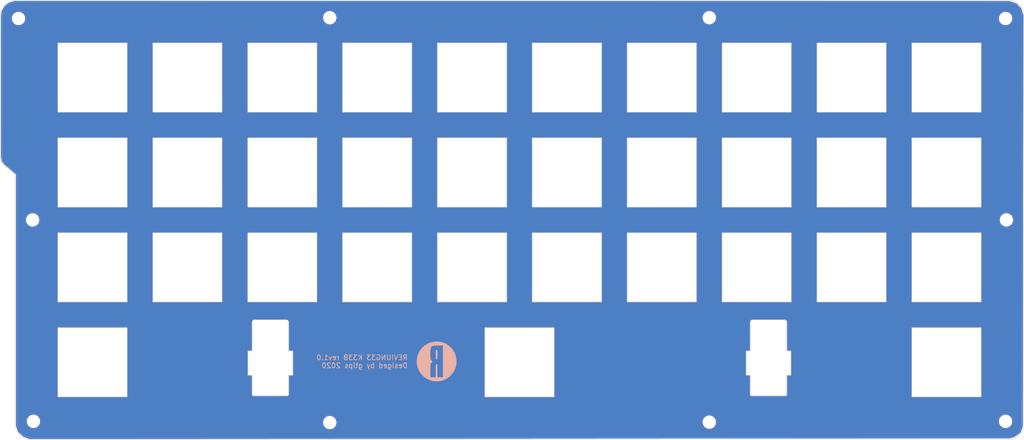
<source format=kicad_pcb>
(kicad_pcb (version 20221018) (generator pcbnew)
  (title_block (title "REVIUNG33 TYPE0 TOP PLATE") (date "2020-07-22") (rev "rev0.3"))
  (layers (0 "F.Cu" signal) (31 "B.Cu" signal) (34 "B.Paste" user) (35 "F.Paste" user) (36 "B.SilkS" user "B.Silkscreen") (37 "F.SilkS" user "F.Silkscreen") (38 "B.Mask" user) (39 "F.Mask" user) (44 "Edge.Cuts" user))
  (net 0 "")
  (footprint "_reviung-kbd:HOLE_2.2mm" (layer "F.Cu") (at 36.53 72.55)
    (fp_text reference "Ref**")
    (fp_text value "Val**")
    (pad "" np_thru_hole circle (at 0 0) (size 2.2 2.2) (drill 2.2) (layers "*.Cu" "*.Mask"))
  )
  (footprint "_reviung-kbd:HOLE_2.2mm" (layer "F.Cu") (at 96.18 113.23)
    (fp_text reference "Ref**")
    (fp_text value "Val**")
    (pad "" np_thru_hole circle (at 0 0) (size 2.2 2.2) (drill 2.2) (layers "*.Cu" "*.Mask"))
  )
  (footprint "_reviung-kbd:HOLE_2.2mm" (layer "F.Cu") (at 172.38 113.15)
    (fp_text reference "Ref**")
    (fp_text value "Val**")
    (pad "" np_thru_hole circle (at 0 0) (size 2.2 2.2) (drill 2.2) (layers "*.Cu" "*.Mask"))
  )
  (footprint "_reviung-kbd:HOLE_2.2mm" (layer "F.Cu") (at 232.03 72.55)
    (fp_text reference "Ref**")
    (fp_text value "Val**")
    (pad "" np_thru_hole circle (at 0 0) (size 2.2 2.2) (drill 2.2) (layers "*.Cu" "*.Mask"))
  )
  (footprint "_reviung-kbd:HOLE_2.2mm" (layer "F.Cu") (at 172.38 31.95)
    (fp_text reference "Ref**")
    (fp_text value "Val**")
    (pad "" np_thru_hole circle (at 0 0) (size 2.2 2.2) (drill 2.2) (layers "*.Cu" "*.Mask"))
  )
  (footprint "_reviung-kbd:HOLE_2.2mm" (layer "F.Cu") (at 96.18 31.95)
    (fp_text reference "Ref**")
    (fp_text value "Val**")
    (pad "" np_thru_hole circle (at 0 0) (size 2.2 2.2) (drill 2.2) (layers "*.Cu" "*.Mask"))
  )
  (footprint "_reviung-kbd:HOLE_2.2mm" (layer "F.Cu") (at 36.69 112.99)
    (fp_text reference "Ref**")
    (fp_text value "Val**")
    (pad "" np_thru_hole circle (at 0 0) (size 2.2 2.2) (drill 2.2) (layers "*.Cu" "*.Mask"))
  )
  (footprint "_reviung-kbd:HOLE_2.2mm" (layer "F.Cu") (at 33.69 32.11)
    (fp_text reference "Ref**")
    (fp_text value "Val**")
    (pad "" np_thru_hole circle (at 0 0) (size 2.2 2.2) (drill 2.2) (layers "*.Cu" "*.Mask"))
  )
  (footprint "_reviung-kbd:HOLE_2.2mm" (layer "F.Cu") (at 231.86 32.11)
    (fp_text reference "Ref**")
    (fp_text value "Val**")
    (pad "" np_thru_hole circle (at 0 0) (size 2.2 2.2) (drill 2.2) (layers "*.Cu" "*.Mask"))
  )
  (footprint "_reviung-kbd:HOLE_2.2mm" (layer "F.Cu") (at 231.86 112.99)
    (fp_text reference "Ref**")
    (fp_text value "Val**")
    (pad "" np_thru_hole circle (at 0 0) (size 2.2 2.2) (drill 2.2) (layers "*.Cu" "*.Mask"))
  )
  (footprint "_reviung-kbd:R-x4-ver1" (layer "B.Cu") (at 117.65 100.94 180)
    (fp_text reference "G***" hide)
    (fp_text value "LOGO" hide)
    (fp_poly (pts (xy 0.044685 2.318078) (xy 0.119655 2.289475) (xy 0.162313 2.246092) (xy 0.167647 2.214209) (xy 0.172379 2.145718) (xy 0.176485 2.046337) (xy 0.179938 1.921786) (xy 0.182713 1.777787) (xy 0.184784 1.620059) (xy 0.186128 1.454322) (xy 0.186717 1.286297) (xy 0.186527 1.121702) (xy 0.185532 0.966259) (xy 0.183708 0.825688) (xy 0.181028 0.705708) (xy 0.177467 0.61204) (xy 0.172999 0.550404) (xy 0.169918 0.531342) (xy 0.130637 0.451884) (xy 0.06279 0.402355) (xy -0.035168 0.381753) (xy -0.062449 0.381) (xy -0.148167 0.381) (xy -0.148167 2.328334) (xy -0.053913 2.328334) (xy 0.044685 2.318078)) (stroke (width 0.01)) (fill solid) (layer "B.SilkS"))
    (fp_poly (pts (xy 0.260831 3.971907) (xy 0.657619 3.927411) (xy 1.049113 3.84315) (xy 1.432102 3.719153) (xy 1.784792 3.564753) (xy 2.140065 3.365757) (xy 2.466316 3.137992) (xy 2.762983 2.884027) (xy 3.029506 2.606432) (xy 3.265324 2.307776) (xy 3.469875 1.990627) (xy 3.642599 1.657554) (xy 3.782936 1.311127) (xy 3.890325 0.953913) (xy 3.964204 0.588483) (xy 4.004013 0.217404) (xy 4.009192 -0.156754) (xy 3.979179 -0.531422) (xy 3.913413 -0.904032) (xy 3.811335 -1.272014) (xy 3.672382 -1.632799) (xy 3.495995 -1.983819) (xy 3.281612 -2.322505) (xy 3.117447 -2.54) (xy 3.01386 -2.659791) (xy 2.887277 -2.793066) (xy 2.748426 -2.929468) (xy 2.608035 -3.058642) (xy 2.476834 -3.170231) (xy 2.413 -3.219968) (xy 2.074835 -3.446517) (xy 1.717158 -3.636755) (xy 1.343354 -3.789746) (xy 0.956806 -3.904554) (xy 0.5609 -3.980244) (xy 0.15902 -4.015881) (xy -0.245449 -4.010528) (xy -0.3999 -3.997471) (xy -0.80111 -3.934916) (xy -1.188135 -3.833797) (xy -1.558906 -3.696113) (xy -1.911356 -3.523861) (xy -2.243417 -3.319042) (xy -2.405034 -3.196166) (xy -1.248834 -3.196166) (xy -0.148167 -3.196166) (xy -0.148167 -0.550333) (xy -0.068792 -0.550645) (xy 0.033079 -0.56623) (xy 0.108528 -0.613568) (xy 0.153425 -0.677627) (xy 0.161291 -0.69595) (xy 0.167965 -0.719307) (xy 0.173544 -0.75109) (xy 0.178125 -0.794695) (xy 0.181804 -0.853514) (xy 0.184678 -0.930942) (xy 0.186846 -1.030372) (xy 0.188403 -1.155197) (xy 0.189446 -1.308811) (xy 0.190074 -1.494608) (xy 0.190381 -1.715982) (xy 0.190467 -1.973791) (xy 0.1905 -3.196166) (xy 1.272135 -3.196166) (xy 1.2653 -1.920875) (xy 1.26385 -1.656552) (xy 1.262465 -1.431061) (xy 1.261012 -1.240896) (xy 1.259357 -1.082557) (xy 1.257368 -0.952539) (xy 1.25491 -0.847341) (xy 1.25185 -0.76346) (xy 1.248056 -0.697393) (xy 1.243393 -0.645637) (xy 1.237728 -0.60469) (xy 1.230929 -0.571048) (xy 1.22286 -0.54121) (xy 1.21339 -0.511673) (xy 1.211423 -0.50581) (xy 1.139046 -0.35336) (xy 1.03426 -0.222376) (xy 0.903448 -0.120649) (xy 0.88912 -0.112351) (xy 0.786274 -0.054538) (xy 0.874679 -0.004649) (xy 1.003984 0.085595) (xy 1.104226 0.196637) (xy 1.180691 0.335442) (xy 1.22357 0.455084) (xy 1.233687 0.510884) (xy 1.242607 0.603106) (xy 1.250276 0.725854) (xy 1.256643 0.873232) (xy 1.261654 1.039344) (xy 1.265256 1.218293) (xy 1.267397 1.404185) (xy 1.268024 1.591123) (xy 1.267083 1.77321) (xy 1.264523 1.944551) (xy 1.260289 2.099251) (xy 1.25433 2.231412) (xy 1.246592 2.335139) (xy 1.240855 2.382738) (xy 1.20502 2.571884) (xy 1.158718 2.724329) (xy 1.099257 2.844984) (xy 1.023947 2.938761) (xy 0.930096 3.010572) (xy 0.882907 3.036147) (xy 0.822408 3.064367) (xy 0.763371 3.087968) (xy 0.701326 3.107416) (xy 0.631804 3.123182) (xy 0.550333 3.135733) (xy 0.452443 3.145537) (xy 0.333665 3.153064) (xy 0.189528 3.158781) (xy 0.015562 3.163158) (xy -0.192704 3.166662) (xy -0.386292 3.169143) (xy -1.248834 3.179293) (xy -1.248834 -3.196166) (xy -2.405034 -3.196166) (xy -2.553023 -3.083652) (xy -2.838105 -2.819689) (xy -3.096596 -2.529153) (xy -3.326429 -2.214042) (xy -3.525536 -1.876353) (xy -3.69185 -1.518085) (xy -3.823303 -1.141236) (xy -3.917828 -0.747805) (xy -3.94736 -0.568746) (xy -3.964041 -0.409312) (xy -3.974042 -0.222012) (xy -3.977364 -0.020784) (xy -3.974008 0.180436) (xy -3.963974 0.367711) (xy -3.947321 0.526692) (xy -3.868838 0.932723) (xy -3.751869 1.323193) (xy -3.59799 1.695957) (xy -3.408777 2.048871) (xy -3.185805 2.379792) (xy -2.930652 2.686577) (xy -2.644891 2.967083) (xy -2.3301 3.219165) (xy -1.987854 3.44068) (xy -1.690249 3.596864) (xy -1.31511 3.751641) (xy -0.929223 3.866504) (xy -0.535799 3.941483) (xy -0.138045 3.976607) (xy 0.260831 3.971907)) (stroke (width 0.01)) (fill solid) (layer "B.SilkS"))
  )
  (gr_line (start 98.750052 56.069987) (end 112.650043 56.069987) (stroke (width 0.1)) (layer "Edge.Cuts"))
  (gr_curve (pts (xy 87.920653 107.605041) (xy 87.920653 107.743103) (xy 87.80873 107.855047) (xy 87.670647 107.855047)) (stroke (width 0.1)) (layer "Edge.Cuts"))
  (gr_line (start 194.000009 37.019987) (end 207.9 37.019987) (stroke (width 0.1)) (layer "Edge.Cuts"))
  (gr_line (start 112.650043 75.119987) (end 112.650022 89.02) (stroke (width 0.1)) (layer "Edge.Cuts"))
  (gr_line (start 213.049987 89.019978) (end 213.049987 75.119987) (stroke (width 0.1)) (layer "Edge.Cuts"))
  (gr_line (start 169.8 89.02) (end 155.900009 89.019978) (stroke (width 0.1)) (layer "Edge.Cuts"))
  (gr_line (start 150.750022 37.019987) (end 150.750022 50.92) (stroke (width 0.1)) (layer "Edge.Cuts"))
  (gr_line (start 79.700031 89.019978) (end 79.700052 75.119987) (stroke (width 0.1)) (layer "Edge.Cuts"))
  (gr_line (start 112.650043 37.019987) (end 112.650022 50.92) (stroke (width 0.1)) (layer "Edge.Cuts"))
  (gr_line (start 136.850009 69.969978) (end 136.850031 56.069987) (stroke (width 0.1)) (layer "Edge.Cuts"))
  (gr_line (start 60.650052 56.069987) (end 74.550065 56.069987) (stroke (width 0.1)) (layer "Edge.Cuts"))
  (gr_curve (pts (xy 180.612497 98.845584) (xy 180.612497 98.845584) (xy 180.612497 93.090208) (xy 180.612497 93.090208)) (stroke (width 0.1)) (layer "Edge.Cuts"))
  (gr_curve (pts (xy 179.777148 103.735661) (xy 179.777148 103.735661) (xy 179.777148 98.845584) (xy 179.777148 98.845584)) (stroke (width 0.1)) (layer "Edge.Cuts"))
  (gr_curve (pts (xy 181.112488 92.590195) (xy 181.112488 92.590195) (xy 187.437447 92.590195) (xy 187.437447 92.590195)) (stroke (width 0.1)) (layer "Edge.Cuts"))
  (gr_line (start 188.85 69.97) (end 174.950009 69.969978) (stroke (width 0.1)) (layer "Edge.Cuts"))
  (gr_curve (pts (xy 187.437447 92.590195) (xy 187.713593 92.590195) (xy 187.937438 92.814062) (xy 187.937438 93.090208)) (stroke (width 0.1)) (layer "Edge.Cuts"))
  (gr_line (start 213.049987 94.169987) (end 226.95 94.169987) (stroke (width 0.1)) (layer "Edge.Cuts"))
  (gr_line (start 207.9 69.97) (end 193.999987 69.969978) (stroke (width 0.1)) (layer "Edge.Cuts"))
  (gr_line (start 55.500065 37.019987) (end 55.500043 50.92) (stroke (width 0.1)) (layer "Edge.Cuts"))
  (gr_curve (pts (xy 187.687453 107.855047) (xy 187.687453 107.855047) (xy 180.862503 107.855047) (xy 180.862503 107.855047)) (stroke (width 0.1)) (layer "Edge.Cuts"))
  (gr_line (start 112.650022 89.02) (end 98.750031 89.019978) (stroke (width 0.1)) (layer "Edge.Cuts"))
  (gr_line (start 174.950009 56.069987) (end 188.850022 56.069987) (stroke (width 0.1)) (layer "Edge.Cuts"))
  (gr_line (start 79.700052 75.119987) (end 93.600043 75.119987) (stroke (width 0.1)) (layer "Edge.Cuts"))
  (gr_curve (pts (xy 87.420662 92.590195) (xy 87.696786 92.590195) (xy 87.920653 92.814062) (xy 87.920653 93.090208)) (stroke (width 0.1)) (layer "Edge.Cuts"))
  (gr_curve (pts (xy 81.095703 92.590195) (xy 81.095703 92.590195) (xy 87.420662 92.590195) (xy 87.420662 92.590195)) (stroke (width 0.1)) (layer "Edge.Cuts"))
  (gr_line (start 141.225 108.07) (end 127.325009 108.069978) (stroke (width 0.1)) (layer "Edge.Cuts"))
  (gr_line (start 194.000009 56.069987) (end 207.9 56.069987) (stroke (width 0.1)) (layer "Edge.Cuts"))
  (gr_line (start 93.600043 50.92) (end 79.700031 50.919978) (stroke (width 0.1)) (layer "Edge.Cuts"))
  (gr_line (start 169.800022 37.019987) (end 169.8 50.92) (stroke (width 0.1)) (layer "Edge.Cuts"))
  (gr_line (start 55.500043 89.02) (end 41.600052 89.019978) (stroke (width 0.1)) (layer "Edge.Cuts"))
  (gr_curve (pts (xy 188.772809 103.735661) (xy 188.772809 103.735661) (xy 187.937438 103.735661) (xy 187.937438 103.735661)) (stroke (width 0.1)) (layer "Edge.Cuts"))
  (gr_line (start 41.600052 108.069978) (end 41.600074 94.169987) (stroke (width 0.1)) (layer "Edge.Cuts"))
  (gr_curve (pts (xy 232.525026 28.444994) (xy 232.525026 28.444994) (xy 33.025038 28.444994) (xy 33.025038 28.444994)) (stroke (width 0.1)) (layer "Edge.Cuts"))
  (gr_curve (pts (xy 179.777148 98.845584) (xy 179.777148 98.845584) (xy 180.612497 98.845584) (xy 180.612497 98.845584)) (stroke (width 0.1)) (layer "Edge.Cuts"))
  (gr_curve (pts (xy 80.595712 107.605041) (xy 80.595712 107.605041) (xy 80.595712 103.735661) (xy 80.595712 103.735661)) (stroke (width 0.1)) (layer "Edge.Cuts"))
  (gr_line (start 60.650052 69.969978) (end 60.650052 56.069987) (stroke (width 0.1)) (layer "Edge.Cuts"))
  (gr_curve (pts (xy 187.937438 107.605041) (xy 187.937438 107.743103) (xy 187.825515 107.855047) (xy 187.687453 107.855047)) (stroke (width 0.1)) (layer "Edge.Cuts"))
  (gr_line (start 112.650022 50.92) (end 98.750031 50.919978) (stroke (width 0.1)) (layer "Edge.Cuts"))
  (gr_curve (pts (xy 232.525026 116.644993) (xy 234.18188 116.644993) (xy 235.525015 115.301858) (xy 235.525015 113.645004)) (stroke (width 0.1)) (layer "Edge.Cuts"))
  (gr_line (start 169.800022 56.069987) (end 169.8 69.97) (stroke (width 0.1)) (layer "Edge.Cuts"))
  (gr_line (start 74.550043 50.92) (end 60.650052 50.919978) (stroke (width 0.1)) (layer "Edge.Cuts"))
  (gr_line (start 193.999987 50.919978) (end 194.000009 37.019987) (stroke (width 0.1)) (layer "Edge.Cuts"))
  (gr_line (start 74.550043 89.02) (end 60.650052 89.019978) (stroke (width 0.1)) (layer "Edge.Cuts"))
  (gr_curve (pts (xy 180.612497 103.735661) (xy 180.612497 103.735661) (xy 179.777148 103.735661) (xy 179.777148 103.735661)) (stroke (width 0.1)) (layer "Edge.Cuts"))
  (gr_line (start 213.049987 56.069987) (end 226.95 56.069987) (stroke (width 0.1)) (layer "Edge.Cuts"))
  (gr_line (start 127.325031 94.169987) (end 141.225022 94.169987) (stroke (width 0.1)) (layer "Edge.Cuts"))
  (gr_line (start 136.850031 56.069987) (end 150.750022 56.069987) (stroke (width 0.1)) (layer "Edge.Cuts"))
  (gr_line (start 93.600043 75.119987) (end 93.600043 89.02) (stroke (width 0.1)) (layer "Edge.Cuts"))
  (gr_line (start 117.800031 50.919978) (end 117.800031 37.019987) (stroke (width 0.1)) (layer "Edge.Cuts"))
  (gr_line (start 74.550043 69.97) (end 60.650052 69.969978) (stroke (width 0.1)) (layer "Edge.Cuts"))
  (gr_line (start 131.700043 75.119987) (end 131.700022 89.02) (stroke (width 0.1)) (layer "Edge.Cuts"))
  (gr_line (start 226.95 37.019987) (end 226.949979 50.92) (stroke (width 0.1)) (layer "Edge.Cuts"))
  (gr_line (start 188.850022 75.119987) (end 188.85 89.02) (stroke (width 0.1)) (layer "Edge.Cuts"))
  (gr_line (start 131.700022 50.92) (end 117.800031 50.919978) (stroke (width 0.1)) (layer "Edge.Cuts"))
  (gr_curve (pts (xy 88.756002 98.845584) (xy 88.756002 98.845584) (xy 88.756002 103.735661) (xy 88.756002 103.735661)) (stroke (width 0.1)) (layer "Edge.Cuts"))
  (gr_curve (pts (xy 187.937438 103.735661) (xy 187.937438 103.735661) (xy 187.937438 107.605041) (xy 187.937438 107.605041)) (stroke (width 0.1)) (layer "Edge.Cuts"))
  (gr_line (start 98.750031 50.919978) (end 98.750052 37.019987) (stroke (width 0.1)) (layer "Edge.Cuts"))
  (gr_line (start 150.750022 75.119987) (end 150.750022 89.02) (stroke (width 0.1)) (layer "Edge.Cuts"))
  (gr_line (start 117.800031 37.019987) (end 131.700043 37.019987) (stroke (width 0.1)) (layer "Edge.Cuts"))
  (gr_line (start 141.225022 94.169987) (end 141.225 108.07) (stroke (width 0.1)) (layer "Edge.Cuts"))
  (gr_curve (pts (xy 87.920653 103.735661) (xy 87.920653 103.735661) (xy 87.920653 107.605041) (xy 87.920653 107.605041)) (stroke (width 0.1)) (layer "Edge.Cuts"))
  (gr_line (start 117.800031 89.019978) (end 117.800031 75.119987) (stroke (width 0.1)) (layer "Edge.Cuts"))
  (gr_line (start 112.650043 56.069987) (end 112.650022 69.97) (stroke (width 0.1)) (layer "Edge.Cuts"))
  (gr_line (start 74.550065 56.069987) (end 74.550043 69.97) (stroke (width 0.1)) (layer "Edge.Cuts"))
  (gr_line (start 131.700043 56.069987) (end 131.700022 69.97) (stroke (width 0.1)) (layer "Edge.Cuts"))
  (gr_curve (pts (xy 80.845697 107.855047) (xy 80.707635 107.855047) (xy 80.595712 107.743103) (xy 80.595712 107.605041)) (stroke (width 0.1)) (layer "Edge.Cuts"))
  (gr_line (start 55.500043 50.92) (end 41.600052 50.919978) (stroke (width 0.1)) (layer "Edge.Cuts"))
  (gr_line (start 55.500043 108.07) (end 41.600052 108.069978) (stroke (width 0.1)) (layer "Edge.Cuts"))
  (gr_line (start 169.800022 75.119987) (end 169.8 89.02) (stroke (width 0.1)) (layer "Edge.Cuts"))
  (gr_line (start 207.9 50.92) (end 193.999987 50.919978) (stroke (width 0.1)) (layer "Edge.Cuts"))
  (gr_line (start 136.850009 89.019978) (end 136.850031 75.119987) (stroke (width 0.1)) (layer "Edge.Cuts"))
  (gr_line (start 155.900031 75.119987) (end 169.800022 75.119987) (stroke (width 0.1)) (layer "Edge.Cuts"))
  (gr_line (start 169.8 50.92) (end 155.900009 50.919978) (stroke (width 0.1)) (layer "Edge.Cuts"))
  (gr_curve (pts (xy 30.734997 61.544502) (xy 30.734997 61.544502) (xy 33.025038 63.47832) (xy 33.025038 63.47832)) (stroke (width 0.1)) (layer "Edge.Cuts"))
  (gr_line (start 41.600074 94.169987) (end 55.500065 94.169987) (stroke (width 0.1)) (layer "Edge.Cuts"))
  (gr_line (start 60.650052 37.019987) (end 74.550065 37.019987) (stroke (width 0.1)) (layer "Edge.Cuts"))
  (gr_curve (pts (xy 180.862503 107.855047) (xy 180.72442 107.855047) (xy 180.612497 107.743103) (xy 180.612497 107.605041)) (stroke (width 0.1)) (layer "Edge.Cuts"))
  (gr_line (start 55.500065 75.119987) (end 55.500043 89.02) (stroke (width 0.1)) (layer "Edge.Cuts"))
  (gr_line (start 117.800031 69.969978) (end 117.800031 56.069987) (stroke (width 0.1)) (layer "Edge.Cuts"))
  (gr_curve (pts (xy 87.670647 107.855047) (xy 87.670647 107.855047) (xy 80.845697 107.855047) (xy 80.845697 107.855047)) (stroke (width 0.1)) (layer "Edge.Cuts"))
  (gr_curve (pts (xy 80.595712 103.735661) (xy 80.595712 103.735661) (xy 79.760341 103.735661) (xy 79.760341 103.735661)) (stroke (width 0.1)) (layer "Edge.Cuts"))
  (gr_line (start 188.85 50.92) (end 174.950009 50.919978) (stroke (width 0.1)) (layer "Edge.Cuts"))
  (gr_curve (pts (xy 80.595712 98.845584) (xy 80.595712 98.845584) (xy 80.595712 93.090208) (xy 80.595712 93.090208)) (stroke (width 0.1)) (layer "Edge.Cuts"))
  (gr_line (start 226.95 56.069987) (end 226.949979 69.97) (stroke (width 0.1)) (layer "Edge.Cuts"))
  (gr_curve (pts (xy 30.025028 60.015719) (xy 30.025028 60.605003) (xy 30.284788 61.164314) (xy 30.734997 61.544502)) (stroke (width 0.1)) (layer "Edge.Cuts"))
  (gr_curve (pts (xy 180.612497 107.605041) (xy 180.612497 107.605041) (xy 180.612497 103.735661) (xy 180.612497 103.735661)) (stroke (width 0.1)) (layer "Edge.Cuts"))
  (gr_curve (pts (xy 30.025028 31.445004) (xy 30.025028 31.445004) (xy 30.025028 60.015719) (xy 30.025028 60.015719)) (stroke (width 0.1)) (layer "Edge.Cuts"))
  (gr_curve (pts (xy 235.525015 31.445004) (xy 235.525015 29.78815) (xy 234.18188 28.444994) (xy 232.525026 28.444994)) (stroke (width 0.1)) (layer "Edge.Cuts"))
  (gr_line (start 41.600052 89.019978) (end 41.600074 75.119987) (stroke (width 0.1)) (layer "Edge.Cuts"))
  (gr_curve (pts (xy 187.937438 93.090208) (xy 187.937438 93.090208) (xy 187.937438 98.845584) (xy 187.937438 98.845584)) (stroke (width 0.1)) (layer "Edge.Cuts"))
  (gr_curve (pts (xy 33.025038 113.645004) (xy 33.025038 115.301858) (xy 34.368172 116.644993) (xy 36.025026 116.644993)) (stroke (width 0.1)) (layer "Edge.Cuts"))
  (gr_line (start 79.700052 37.019987) (end 93.600043 37.019987) (stroke (width 0.1)) (layer "Edge.Cuts"))
  (gr_curve (pts (xy 180.612497 93.090208) (xy 180.612497 92.814062) (xy 180.836364 92.590195) (xy 181.112488 92.590195)) (stroke (width 0.1)) (layer "Edge.Cuts"))
  (gr_line (start 174.950009 50.919978) (end 174.950009 37.019987) (stroke (width 0.1)) (layer "Edge.Cuts"))
  (gr_line (start 226.949979 108.07) (end 213.049987 108.069978) (stroke (width 0.1)) (layer "Edge.Cuts"))
  (gr_line (start 55.500043 69.97) (end 41.600052 69.969978) (stroke (width 0.1)) (layer "Edge.Cuts"))
  (gr_line (start 41.600052 69.969978) (end 41.600074 56.069987) (stroke (width 0.1)) (layer "Edge.Cuts"))
  (gr_line (start 98.750031 69.969978) (end 98.750052 56.069987) (stroke (width 0.1)) (layer "Edge.Cuts"))
  (gr_line (start 98.750052 37.019987) (end 112.650043 37.019987) (stroke (width 0.1)) (layer "Edge.Cuts"))
  (gr_line (start 207.9 56.069987) (end 207.9 69.97) (stroke (width 0.1)) (layer "Edge.Cuts"))
  (gr_curve (pts (xy 33.025038 63.47832) (xy 33.025038 63.47832) (xy 33.025038 113.645004) (xy 33.025038 113.645004)) (stroke (width 0.1)) (layer "Edge.Cuts"))
  (gr_line (start 174.950009 69.969978) (end 174.950009 56.069987) (stroke (width 0.1)) (layer "Edge.Cuts"))
  (gr_line (start 174.950009 89.019978) (end 174.950009 75.119987) (stroke (width 0.1)) (layer "Edge.Cuts"))
  (gr_line (start 41.600052 50.919978) (end 41.600074 37.019987) (stroke (width 0.1)) (layer "Edge.Cuts"))
  (gr_line (start 169.8 69.97) (end 155.900009 69.969978) (stroke (width 0.1)) (layer "Edge.Cuts"))
  (gr_curve (pts (xy 33.025038 28.444994) (xy 31.368184 28.444994) (xy 30.025028 29.78815) (xy 30.025028 31.445004)) (stroke (width 0.1)) (layer "Edge.Cuts"))
  (gr_line (start 188.85 89.02) (end 174.950009 89.019978) (stroke (width 0.1)) (layer "Edge.Cuts"))
  (gr_curve (pts (xy 36.025026 116.644993) (xy 36.025026 116.644993) (xy 232.525026 116.644993) (xy 232.525026 116.644993)) (stroke (width 0.1)) (layer "Edge.Cuts"))
  (gr_line (start 194.000009 75.119987) (end 207.9 75.119987) (stroke (width 0.1)) (layer "Edge.Cuts"))
  (gr_line (start 74.550065 37.019987) (end 74.550043 50.92) (stroke (width 0.1)) (layer "Edge.Cuts"))
  (gr_curve (pts (xy 87.920653 93.090208) (xy 87.920653 93.090208) (xy 87.920653 98.845584) (xy 87.920653 98.845584)) (stroke (width 0.1)) (layer "Edge.Cuts"))
  (gr_line (start 213.049987 37.019987) (end 226.95 37.019987) (stroke (width 0.1)) (layer "Edge.Cuts"))
  (gr_curve (pts (xy 88.756002 103.735661) (xy 88.756002 103.735661) (xy 87.920653 103.735661) (xy 87.920653 103.735661)) (stroke (width 0.1)) (layer "Edge.Cuts"))
  (gr_line (start 150.750022 50.92) (end 136.850009 50.919978) (stroke (width 0.1)) (layer "Edge.Cuts"))
  (gr_line (start 60.650052 50.919978) (end 60.650052 37.019987) (stroke (width 0.1)) (layer "Edge.Cuts"))
  (gr_line (start 226.95 75.119987) (end 226.949979 89.02) (stroke (width 0.1)) (layer "Edge.Cuts"))
  (gr_line (start 55.500065 94.169987) (end 55.500043 108.07) (stroke (width 0.1)) (layer "Edge.Cuts"))
  (gr_line (start 155.900031 56.069987) (end 169.800022 56.069987) (stroke (width 0.1)) (layer "Edge.Cuts"))
  (gr_curve (pts (xy 80.595712 93.090208) (xy 80.595712 92.814062) (xy 80.819557 92.590195) (xy 81.095703 92.590195)) (stroke (width 0.1)) (layer "Edge.Cuts"))
  (gr_line (start 136.850031 37.019987) (end 150.750022 37.019987) (stroke (width 0.1)) (layer "Edge.Cuts"))
  (gr_line (start 174.950009 37.019987) (end 188.850022 37.019987) (stroke (width 0.1)) (layer "Edge.Cuts"))
  (gr_line (start 150.750022 89.02) (end 136.850009 89.019978) (stroke (width 0.1)) (layer "Edge.Cuts"))
  (gr_line (start 174.950009 75.119987) (end 188.850022 75.119987) (stroke (width 0.1)) (layer "Edge.Cuts"))
  (gr_line (start 155.900031 37.019987) (end 169.800022 37.019987) (stroke (width 0.1)) (layer "Edge.Cuts"))
  (gr_line (start 131.700022 89.02) (end 117.800031 89.019978) (stroke (width 0.1)) (layer "Edge.Cuts"))
  (gr_line (start 41.600074 37.019987) (end 55.500065 37.019987) (stroke (width 0.1)) (layer "Edge.Cuts"))
  (gr_line (start 226.949979 69.97) (end 213.049987 69.969978) (stroke (width 0.1)) (layer "Edge.Cuts"))
  (gr_line (start 150.750022 56.069987) (end 150.750022 69.97) (stroke (width 0.1)) (layer "Edge.Cuts"))
  (gr_line (start 150.750022 69.97) (end 136.850009 69.969978) (stroke (width 0.1)) (layer "Edge.Cuts"))
  (gr_line (start 155.900009 89.019978) (end 155.900031 75.119987) (stroke (width 0.1)) (layer "Edge.Cuts"))
  (gr_line (start 155.900009 69.969978) (end 155.900031 56.069987) (stroke (width 0.1)) (layer "Edge.Cuts"))
  (gr_line (start 131.700022 69.97) (end 117.800031 69.969978) (stroke (width 0.1)) (layer "Edge.Cuts"))
  (gr_line (start 207.9 75.119987) (end 207.9 89.02) (stroke (width 0.1)) (layer "Edge.Cuts"))
  (gr_line (start 193.999987 69.969978) (end 194.000009 56.069987) (stroke (width 0.1)) (layer "Edge.Cuts"))
  (gr_line (start 207.9 37.019987) (end 207.9 50.92) (stroke (width 0.1)) (layer "Edge.Cuts"))
  (gr_curve (pts (xy 235.525015 113.645004) (xy 235.525015 113.645004) (xy 235.525015 31.445004) (xy 235.525015 31.445004)) (stroke (width 0.1)) (layer "Edge.Cuts"))
  (gr_line (start 79.700031 69.969978) (end 79.700052 56.069987) (stroke (width 0.1)) (layer "Edge.Cuts"))
  (gr_line (start 155.900009 50.919978) (end 155.900031 37.019987) (stroke (width 0.1)) (layer "Edge.Cuts"))
  (gr_line (start 136.850009 50.919978) (end 136.850031 37.019987) (stroke (width 0.1)) (layer "Edge.Cuts"))
  (gr_line (start 226.95 94.169987) (end 226.949979 108.07) (stroke (width 0.1)) (layer "Edge.Cuts"))
  (gr_line (start 213.049987 69.969978) (end 213.049987 56.069987) (stroke (width 0.1)) (layer "Edge.Cuts"))
  (gr_line (start 41.600074 75.119987) (end 55.500065 75.119987) (stroke (width 0.1)) (layer "Edge.Cuts"))
  (gr_curve (pts (xy 79.760341 103.735661) (xy 79.760341 103.735661) (xy 79.760341 98.845584) (xy 79.760341 98.845584)) (stroke (width 0.1)) (layer "Edge.Cuts"))
  (gr_line (start 93.600043 89.02) (end 79.700031 89.019978) (stroke (width 0.1)) (layer "Edge.Cuts"))
  (gr_line (start 117.800031 56.069987) (end 131.700043 56.069987) (stroke (width 0.1)) (layer "Edge.Cuts"))
  (gr_line (start 41.600074 56.069987) (end 55.500065 56.069987) (stroke (width 0.1)) (layer "Edge.Cuts"))
  (gr_line (start 193.999987 89.019978) (end 194.000009 75.119987) (stroke (width 0.1)) (layer "Edge.Cuts"))
  (gr_line (start 226.949979 50.92) (end 213.049987 50.919978) (stroke (width 0.1)) (layer "Edge.Cuts"))
  (gr_line (start 60.650052 89.019978) (end 60.650052 75.119987) (stroke (width 0.1)) (layer "Edge.Cuts"))
  (gr_line (start 213.049987 108.069978) (end 213.049987 94.169987) (stroke (width 0.1)) (layer "Edge.Cuts"))
  (gr_line (start 98.750031 89.019978) (end 98.750052 75.119987) (stroke (width 0.1)) (layer "Edge.Cuts"))
  (gr_line (start 127.325009 108.069978) (end 127.325031 94.169987) (stroke (width 0.1)) (layer "Edge.Cuts"))
  (gr_curve (pts (xy 188.772809 98.845584) (xy 188.772809 98.845584) (xy 188.772809 103.735661) (xy 188.772809 103.735661)) (stroke (width 0.1)) (layer "Edge.Cuts"))
  (gr_line (start 131.700043 37.019987) (end 131.700022 50.92) (stroke (width 0.1)) (layer "Edge.Cuts"))
  (gr_line (start 55.500065 56.069987) (end 55.500043 69.97) (stroke (width 0.1)) (layer "Edge.Cuts"))
  (gr_line (start 79.700031 50.919978) (end 79.700052 37.019987) (stroke (width 0.1)) (layer "Edge.Cuts"))
  (gr_curve (pts (xy 187.937438 98.845584) (xy 187.937438 98.845584) (xy 188.772809 98.845584) (xy 188.772809 98.845584)) (stroke (width 0.1)) (layer "Edge.Cuts"))
  (gr_line (start 136.850031 75.119987) (end 150.750022 75.119987) (stroke (width 0.1)) (layer "Edge.Cuts"))
  (gr_line (start 112.650022 69.97) (end 98.750031 69.969978) (stroke (width 0.1)) (layer "Edge.Cuts"))
  (gr_curve (pts (xy 87.920653 98.845584) (xy 87.920653 98.845584) (xy 88.756002 98.845584) (xy 88.756002 98.845584)) (stroke (width 0.1)) (layer "Edge.Cuts"))
  (gr_line (start 188.850022 37.019987) (end 188.85 50.92) (stroke (width 0.1)) (layer "Edge.Cuts"))
  (gr_line (start 188.850022 56.069987) (end 188.85 69.97) (stroke (width 0.1)) (layer "Edge.Cuts"))
  (gr_curve (pts (xy 79.760341 98.845584) (xy 79.760341 98.845584) (xy 80.595712 98.845584) (xy 80.595712 98.845584)) (stroke (width 0.1)) (layer "Edge.Cuts"))
  (gr_line (start 213.049987 75.119987) (end 226.95 75.119987) (stroke (width 0.1)) (layer "Edge.Cuts"))
  (gr_line (start 117.800031 75.119987) (end 131.700043 75.119987) (stroke (width 0.1)) (layer "Edge.Cuts"))
  (gr_line (start 79.700052 56.069987) (end 93.600043 56.069987) (stroke (width 0.1)) (layer "Edge.Cuts"))
  (gr_line (start 93.600043 56.069987) (end 93.600043 69.97) (stroke (width 0.1)) (layer "Edge.Cuts"))
  (gr_line (start 74.550065 75.119987) (end 74.550043 89.02) (stroke (width 0.1)) (layer "Edge.Cuts"))
  (gr_line (start 60.650052 75.119987) (end 74.550065 75.119987) (stroke (width 0.1)) (layer "Edge.Cuts"))
  (gr_line (start 226.949979 89.02) (end 213.049987 89.019978) (stroke (width 0.1)) (layer "Edge.Cuts"))
  (gr_line (start 207.9 89.02) (end 193.999987 89.019978) (stroke (width 0.1)) (layer "Edge.Cuts"))
  (gr_line (start 93.600043 69.97) (end 79.700031 69.969978) (stroke (width 0.1)) (layer "Edge.Cuts"))
  (gr_line (start 93.600043 37.019987) (end 93.600043 50.92) (stroke (width 0.1)) (layer "Edge.Cuts"))
  (gr_line (start 213.049987 50.919978) (end 213.049987 37.019987) (stroke (width 0.1)) (layer "Edge.Cuts"))
  (gr_line (start 98.750052 75.119987) (end 112.650043 75.119987) (stroke (width 0.1)) (layer "Edge.Cuts"))
  (gr_text "REVIUNG33 K33B rev1.0\nDesiged by gtips 2020" (at 111.9 100.98) (layer "B.SilkS") (effects (font (size 1 1)) (justify left mirror)))
  (zone (net 0) (net_name "") (layer "F.Cu") (connect_pads (clearance 0.35)) (min_thickness 0.254) (fill yes (thermal_gap 0.508) (thermal_bridge_width 0.508))
    (polygon (pts (xy 232.7 28.64) (xy 234.02 29.06) (xy 235 30.06) (xy 235.4 31.42) (xy 235.3 114) (xy 234.9 115.2) (xy 233.7 116.1) (xy 232.6 116.4) (xy 35.9 116.5) (xy 34.7 116.1) (xy 33.6 115.1) (xy 33.2 113.9) (xy 33.2 63.4) (xy 30.81 61.37) (xy 30.34 60.75) (xy 30.2 59.88) (xy 30.2 31.6) (xy 30.5 30.3) (xy 31.4 29.2) (xy 33 28.6)))
  )
  (zone (net 0) (net_name "") (layer "B.Cu") (connect_pads (clearance 0.35)) (min_thickness 0.254) (fill yes (thermal_gap 0.508) (thermal_bridge_width 0.508))
    (polygon (pts (xy 232.69 28.63) (xy 234 29.1) (xy 235 30.1) (xy 235.4 31.4) (xy 235.3 114) (xy 234.9 115.2) (xy 233.7 116.1) (xy 232.6 116.4) (xy 35.9 116.5) (xy 34.7 116.1) (xy 33.6 115.1) (xy 33.2 113.9) (xy 33.2 63.4) (xy 30.82 61.38) (xy 30.34 60.74) (xy 30.21 59.89) (xy 30.18 33.16) (xy 30.2 31.4) (xy 30.3 30.6) (xy 30.9 29.6) (xy 31.8 28.9) (xy 33 28.6)))
  )
)
</source>
